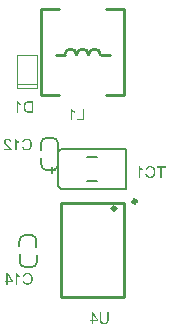
<source format=gbo>
G04*
G04 #@! TF.GenerationSoftware,Altium Limited,Altium Designer,19.1.8 (144)*
G04*
G04 Layer_Color=32896*
%FSLAX44Y44*%
%MOMM*%
G71*
G01*
G75*
%ADD10C,0.2000*%
%ADD12C,0.2540*%
%ADD17C,0.3000*%
%ADD67C,0.1270*%
%ADD96C,0.1000*%
G36*
X696500Y555121D02*
Y554836D01*
X696479Y554571D01*
X696468Y554318D01*
X696437Y554085D01*
X696415Y553863D01*
X696384Y553663D01*
X696352Y553483D01*
X696310Y553314D01*
X696278Y553166D01*
X696246Y553039D01*
X696215Y552923D01*
X696183Y552839D01*
X696162Y552765D01*
X696141Y552712D01*
X696130Y552680D01*
Y552669D01*
X696056Y552511D01*
X695972Y552352D01*
X695781Y552078D01*
X695581Y551845D01*
X695369Y551655D01*
X695274Y551571D01*
X695190Y551507D01*
X695105Y551444D01*
X695031Y551391D01*
X694978Y551359D01*
X694936Y551328D01*
X694904Y551317D01*
X694894Y551306D01*
X694725Y551222D01*
X694545Y551158D01*
X694175Y551042D01*
X693795Y550958D01*
X693436Y550905D01*
X693277Y550884D01*
X693119Y550863D01*
X692992Y550852D01*
X692876D01*
X692781Y550841D01*
X692643D01*
X692390Y550852D01*
X692147Y550863D01*
X691914Y550894D01*
X691692Y550926D01*
X691491Y550968D01*
X691301Y551011D01*
X691132Y551063D01*
X690984Y551116D01*
X690836Y551158D01*
X690720Y551211D01*
X690614Y551254D01*
X690530Y551296D01*
X690456Y551328D01*
X690414Y551359D01*
X690382Y551370D01*
X690371Y551380D01*
X690213Y551486D01*
X690065Y551592D01*
X689938Y551708D01*
X689811Y551824D01*
X689706Y551940D01*
X689600Y552067D01*
X689516Y552173D01*
X689442Y552289D01*
X689315Y552479D01*
X689273Y552564D01*
X689230Y552638D01*
X689199Y552701D01*
X689177Y552743D01*
X689167Y552775D01*
Y552786D01*
X689103Y552955D01*
X689051Y553134D01*
X688966Y553515D01*
X688913Y553906D01*
X688871Y554276D01*
X688860Y554455D01*
X688850Y554614D01*
X688839Y554751D01*
X688829Y554878D01*
Y554983D01*
Y555057D01*
Y555100D01*
Y555121D01*
Y560753D01*
X690118D01*
Y555121D01*
X690128Y554793D01*
X690139Y554487D01*
X690171Y554212D01*
X690213Y553959D01*
X690255Y553737D01*
X690308Y553536D01*
X690371Y553356D01*
X690424Y553198D01*
X690477Y553060D01*
X690541Y552944D01*
X690593Y552849D01*
X690636Y552775D01*
X690678Y552722D01*
X690699Y552680D01*
X690720Y552659D01*
X690731Y552648D01*
X690857Y552532D01*
X690995Y552437D01*
X691143Y552352D01*
X691301Y552279D01*
X691470Y552215D01*
X691639Y552162D01*
X691967Y552088D01*
X692125Y552057D01*
X692273Y552035D01*
X692411Y552025D01*
X692527Y552014D01*
X692622Y552004D01*
X692759D01*
X693055Y552014D01*
X693330Y552057D01*
X693573Y552109D01*
X693784Y552162D01*
X693869Y552194D01*
X693943Y552226D01*
X694017Y552247D01*
X694070Y552268D01*
X694112Y552289D01*
X694144Y552310D01*
X694165Y552321D01*
X694175D01*
X694376Y552458D01*
X694545Y552606D01*
X694683Y552754D01*
X694788Y552912D01*
X694873Y553039D01*
X694936Y553156D01*
X694957Y553198D01*
X694968Y553229D01*
X694978Y553240D01*
Y553251D01*
X695021Y553367D01*
X695052Y553504D01*
X695116Y553800D01*
X695158Y554106D01*
X695179Y554413D01*
X695190Y554550D01*
X695200Y554688D01*
Y554804D01*
X695211Y554910D01*
Y555005D01*
Y555068D01*
Y555110D01*
Y555121D01*
Y560753D01*
X696500D01*
Y555121D01*
D02*
G37*
G36*
X687571Y554434D02*
Y553335D01*
X683324D01*
Y551000D01*
X682130D01*
Y553335D01*
X680809D01*
Y554434D01*
X682130D01*
Y560753D01*
X683112D01*
X687571Y554434D01*
D02*
G37*
G36*
X722751Y684292D02*
X722909Y684059D01*
X723089Y683837D01*
X723269Y683647D01*
X723427Y683467D01*
X723501Y683404D01*
X723554Y683341D01*
X723607Y683288D01*
X723649Y683256D01*
X723670Y683235D01*
X723681Y683224D01*
X723966Y682981D01*
X724272Y682770D01*
X724568Y682569D01*
X724843Y682400D01*
X724959Y682337D01*
X725075Y682273D01*
X725181Y682210D01*
X725266Y682168D01*
X725340Y682136D01*
X725392Y682104D01*
X725424Y682094D01*
X725435Y682083D01*
Y680931D01*
X725223Y681016D01*
X725001Y681111D01*
X724790Y681217D01*
X724600Y681312D01*
X724431Y681407D01*
X724357Y681439D01*
X724293Y681481D01*
X724241Y681502D01*
X724209Y681523D01*
X724188Y681544D01*
X724177D01*
X723924Y681703D01*
X723702Y681851D01*
X723501Y681988D01*
X723343Y682115D01*
X723205Y682221D01*
X723110Y682294D01*
X723057Y682347D01*
X723036Y682368D01*
Y674750D01*
X721842D01*
Y684535D01*
X722613D01*
X722751Y684292D01*
D02*
G37*
G36*
X731722Y684661D02*
X731954Y684651D01*
X732387Y684577D01*
X732599Y684535D01*
X732789Y684482D01*
X732979Y684429D01*
X733148Y684376D01*
X733296Y684323D01*
X733433Y684270D01*
X733560Y684218D01*
X733655Y684175D01*
X733740Y684133D01*
X733793Y684101D01*
X733835Y684091D01*
X733846Y684080D01*
X734036Y683964D01*
X734226Y683837D01*
X734395Y683700D01*
X734553Y683562D01*
X734701Y683415D01*
X734839Y683277D01*
X734955Y683129D01*
X735071Y683002D01*
X735166Y682865D01*
X735251Y682749D01*
X735325Y682643D01*
X735388Y682548D01*
X735430Y682464D01*
X735462Y682411D01*
X735483Y682368D01*
X735494Y682358D01*
X735600Y682147D01*
X735684Y681914D01*
X735758Y681692D01*
X735832Y681470D01*
X735938Y681016D01*
X735969Y680805D01*
X736001Y680604D01*
X736022Y680414D01*
X736043Y680245D01*
X736054Y680086D01*
X736064Y679949D01*
X736075Y679843D01*
Y679759D01*
Y679716D01*
Y679695D01*
X736064Y679442D01*
X736054Y679188D01*
X735991Y678702D01*
X735959Y678469D01*
X735917Y678258D01*
X735864Y678057D01*
X735821Y677867D01*
X735769Y677698D01*
X735726Y677540D01*
X735684Y677413D01*
X735642Y677297D01*
X735610Y677212D01*
X735589Y677138D01*
X735578Y677096D01*
X735568Y677085D01*
X735462Y676863D01*
X735357Y676652D01*
X735240Y676462D01*
X735113Y676282D01*
X734987Y676113D01*
X734870Y675965D01*
X734744Y675828D01*
X734627Y675701D01*
X734511Y675585D01*
X734406Y675490D01*
X734310Y675416D01*
X734226Y675342D01*
X734163Y675289D01*
X734110Y675257D01*
X734078Y675236D01*
X734067Y675226D01*
X733877Y675109D01*
X733676Y675014D01*
X733465Y674930D01*
X733243Y674856D01*
X733032Y674803D01*
X732821Y674750D01*
X732609Y674708D01*
X732408Y674676D01*
X732218Y674644D01*
X732049Y674623D01*
X731891Y674613D01*
X731764Y674602D01*
X731648Y674592D01*
X731500D01*
X731214Y674602D01*
X730950Y674623D01*
X730697Y674666D01*
X730454Y674718D01*
X730221Y674782D01*
X730010Y674856D01*
X729820Y674930D01*
X729640Y675004D01*
X729471Y675078D01*
X729334Y675152D01*
X729207Y675226D01*
X729112Y675289D01*
X729027Y675342D01*
X728974Y675384D01*
X728932Y675405D01*
X728922Y675416D01*
X728731Y675585D01*
X728552Y675764D01*
X728393Y675955D01*
X728245Y676145D01*
X728108Y676346D01*
X727992Y676557D01*
X727886Y676747D01*
X727791Y676948D01*
X727706Y677127D01*
X727643Y677297D01*
X727580Y677455D01*
X727537Y677582D01*
X727495Y677698D01*
X727474Y677772D01*
X727453Y677825D01*
Y677846D01*
X728742Y678174D01*
X728795Y677952D01*
X728869Y677740D01*
X728943Y677540D01*
X729017Y677360D01*
X729101Y677191D01*
X729186Y677043D01*
X729270Y676906D01*
X729355Y676779D01*
X729439Y676673D01*
X729513Y676578D01*
X729587Y676494D01*
X729640Y676430D01*
X729693Y676377D01*
X729735Y676346D01*
X729756Y676324D01*
X729767Y676314D01*
X729915Y676208D01*
X730063Y676113D01*
X730211Y676029D01*
X730369Y675955D01*
X730528Y675891D01*
X730676Y675838D01*
X730971Y675764D01*
X731098Y675743D01*
X731225Y675722D01*
X731331Y675712D01*
X731426Y675701D01*
X731500Y675690D01*
X731605D01*
X731775Y675701D01*
X731933Y675712D01*
X732239Y675764D01*
X732525Y675838D01*
X732768Y675923D01*
X732873Y675965D01*
X732969Y675997D01*
X733053Y676039D01*
X733127Y676071D01*
X733190Y676103D01*
X733233Y676124D01*
X733254Y676145D01*
X733264D01*
X733402Y676240D01*
X733529Y676335D01*
X733761Y676557D01*
X733951Y676779D01*
X734110Y677011D01*
X734226Y677212D01*
X734279Y677297D01*
X734321Y677381D01*
X734342Y677444D01*
X734363Y677487D01*
X734384Y677518D01*
Y677529D01*
X734501Y677888D01*
X734596Y678258D01*
X734659Y678628D01*
X734680Y678797D01*
X734701Y678966D01*
X734712Y679125D01*
X734723Y679262D01*
X734733Y679389D01*
Y679494D01*
X734744Y679589D01*
Y679653D01*
Y679695D01*
Y679706D01*
X734733Y680065D01*
X734701Y680403D01*
X734649Y680720D01*
X734627Y680868D01*
X734596Y681005D01*
X734564Y681122D01*
X734543Y681238D01*
X734511Y681333D01*
X734490Y681417D01*
X734480Y681481D01*
X734458Y681534D01*
X734448Y681565D01*
Y681576D01*
X734310Y681904D01*
X734152Y682189D01*
X733983Y682432D01*
X733888Y682537D01*
X733803Y682643D01*
X733719Y682728D01*
X733645Y682802D01*
X733571Y682876D01*
X733518Y682928D01*
X733465Y682971D01*
X733423Y683002D01*
X733402Y683013D01*
X733391Y683024D01*
X733243Y683119D01*
X733095Y683203D01*
X732937Y683277D01*
X732778Y683341D01*
X732461Y683436D01*
X732155Y683510D01*
X732028Y683531D01*
X731901Y683541D01*
X731785Y683552D01*
X731690Y683562D01*
X731605Y683573D01*
X731320D01*
X731151Y683552D01*
X730834Y683499D01*
X730559Y683415D01*
X730443Y683372D01*
X730327Y683330D01*
X730221Y683288D01*
X730137Y683245D01*
X730063Y683203D01*
X729999Y683161D01*
X729947Y683129D01*
X729915Y683108D01*
X729894Y683098D01*
X729883Y683087D01*
X729767Y682992D01*
X729651Y682886D01*
X729460Y682643D01*
X729281Y682379D01*
X729143Y682125D01*
X729038Y681893D01*
X728985Y681798D01*
X728953Y681713D01*
X728922Y681639D01*
X728911Y681576D01*
X728890Y681544D01*
Y681534D01*
X727622Y681830D01*
X727706Y682073D01*
X727802Y682305D01*
X727897Y682527D01*
X728013Y682728D01*
X728119Y682918D01*
X728235Y683087D01*
X728351Y683245D01*
X728467Y683383D01*
X728583Y683510D01*
X728679Y683615D01*
X728774Y683710D01*
X728858Y683784D01*
X728922Y683848D01*
X728974Y683890D01*
X729006Y683911D01*
X729017Y683922D01*
X729207Y684059D01*
X729408Y684165D01*
X729608Y684270D01*
X729820Y684355D01*
X730031Y684429D01*
X730232Y684492D01*
X730433Y684535D01*
X730623Y684577D01*
X730802Y684609D01*
X730961Y684630D01*
X731109Y684651D01*
X731236Y684661D01*
X731341Y684672D01*
X731479D01*
X731722Y684661D01*
D02*
G37*
G36*
X744750Y683351D02*
X741538D01*
Y674750D01*
X740249D01*
Y683351D01*
X737037D01*
Y684503D01*
X744750D01*
Y683351D01*
D02*
G37*
G36*
X665176Y733113D02*
X665334Y732881D01*
X665514Y732659D01*
X665694Y732469D01*
X665852Y732289D01*
X665926Y732226D01*
X665979Y732162D01*
X666032Y732110D01*
X666074Y732078D01*
X666095Y732057D01*
X666106Y732046D01*
X666391Y731803D01*
X666697Y731592D01*
X666993Y731391D01*
X667268Y731222D01*
X667384Y731159D01*
X667500Y731095D01*
X667606Y731032D01*
X667691Y730990D01*
X667765Y730958D01*
X667817Y730926D01*
X667849Y730916D01*
X667860Y730905D01*
Y729753D01*
X667648Y729838D01*
X667426Y729933D01*
X667215Y730039D01*
X667025Y730134D01*
X666856Y730229D01*
X666782Y730260D01*
X666719Y730303D01*
X666666Y730324D01*
X666634Y730345D01*
X666613Y730366D01*
X666602D01*
X666349Y730525D01*
X666127Y730673D01*
X665926Y730810D01*
X665768Y730937D01*
X665630Y731042D01*
X665535Y731116D01*
X665482Y731169D01*
X665461Y731190D01*
Y723572D01*
X664267D01*
Y733356D01*
X665038D01*
X665176Y733113D01*
D02*
G37*
G36*
X675922Y723572D02*
X669825D01*
Y724724D01*
X674633D01*
Y733325D01*
X675922D01*
Y723572D01*
D02*
G37*
G36*
X619546Y739292D02*
X619704Y739059D01*
X619884Y738837D01*
X620063Y738647D01*
X620222Y738467D01*
X620296Y738404D01*
X620349Y738341D01*
X620401Y738288D01*
X620444Y738256D01*
X620465Y738235D01*
X620475Y738224D01*
X620761Y737981D01*
X621067Y737770D01*
X621363Y737569D01*
X621638Y737400D01*
X621754Y737337D01*
X621870Y737273D01*
X621976Y737210D01*
X622060Y737168D01*
X622134Y737136D01*
X622187Y737104D01*
X622219Y737094D01*
X622229Y737083D01*
Y735931D01*
X622018Y736016D01*
X621796Y736111D01*
X621585Y736217D01*
X621395Y736312D01*
X621226Y736407D01*
X621152Y736439D01*
X621088Y736481D01*
X621035Y736502D01*
X621004Y736523D01*
X620983Y736544D01*
X620972D01*
X620718Y736703D01*
X620497Y736851D01*
X620296Y736988D01*
X620137Y737115D01*
X620000Y737220D01*
X619905Y737294D01*
X619852Y737347D01*
X619831Y737368D01*
Y729750D01*
X618637D01*
Y739535D01*
X619408D01*
X619546Y739292D01*
D02*
G37*
G36*
X632500Y729750D02*
X628981D01*
X628664Y729761D01*
X628368Y729771D01*
X628104Y729803D01*
X627872Y729835D01*
X627777Y729845D01*
X627692Y729856D01*
X627608Y729877D01*
X627544Y729887D01*
X627491Y729898D01*
X627460D01*
X627439Y729909D01*
X627428D01*
X627185Y729983D01*
X626953Y730056D01*
X626752Y730141D01*
X626583Y730215D01*
X626446Y730289D01*
X626340Y730342D01*
X626276Y730384D01*
X626266Y730395D01*
X626255D01*
X626076Y730532D01*
X625907Y730669D01*
X625759Y730817D01*
X625632Y730965D01*
X625516Y731092D01*
X625442Y731187D01*
X625410Y731229D01*
X625389Y731261D01*
X625368Y731272D01*
Y731282D01*
X625220Y731504D01*
X625093Y731737D01*
X624977Y731980D01*
X624882Y732201D01*
X624808Y732402D01*
X624776Y732487D01*
X624744Y732561D01*
X624734Y732614D01*
X624713Y732656D01*
X624702Y732688D01*
Y732698D01*
X624618Y733036D01*
X624554Y733374D01*
X624501Y733702D01*
X624469Y734008D01*
X624459Y734146D01*
X624448Y734272D01*
Y734389D01*
X624438Y734484D01*
Y734568D01*
Y734621D01*
Y734663D01*
Y734674D01*
X624459Y735149D01*
X624469Y735371D01*
X624501Y735583D01*
X624533Y735783D01*
X624565Y735974D01*
X624596Y736153D01*
X624628Y736322D01*
X624670Y736470D01*
X624702Y736597D01*
X624734Y736713D01*
X624765Y736808D01*
X624797Y736882D01*
X624808Y736946D01*
X624829Y736977D01*
Y736988D01*
X624987Y737347D01*
X625167Y737675D01*
X625262Y737823D01*
X625357Y737960D01*
X625452Y738087D01*
X625547Y738203D01*
X625632Y738309D01*
X625716Y738393D01*
X625790Y738478D01*
X625854Y738541D01*
X625907Y738594D01*
X625949Y738626D01*
X625970Y738647D01*
X625980Y738658D01*
X626213Y738837D01*
X626456Y738985D01*
X626688Y739101D01*
X626910Y739196D01*
X627111Y739270D01*
X627196Y739292D01*
X627270Y739313D01*
X627323Y739334D01*
X627365Y739344D01*
X627396Y739355D01*
X627407D01*
X627523Y739376D01*
X627650Y739408D01*
X627935Y739439D01*
X628221Y739471D01*
X628506Y739482D01*
X628633Y739492D01*
X628759D01*
X628865Y739503D01*
X632500D01*
Y729750D01*
D02*
G37*
G36*
X618926Y593792D02*
X619084Y593559D01*
X619264Y593337D01*
X619444Y593147D01*
X619602Y592967D01*
X619676Y592904D01*
X619729Y592840D01*
X619782Y592788D01*
X619824Y592756D01*
X619845Y592735D01*
X619856Y592724D01*
X620141Y592481D01*
X620447Y592270D01*
X620743Y592069D01*
X621018Y591900D01*
X621134Y591837D01*
X621250Y591773D01*
X621356Y591710D01*
X621441Y591668D01*
X621515Y591636D01*
X621567Y591604D01*
X621599Y591594D01*
X621610Y591583D01*
Y590431D01*
X621398Y590516D01*
X621176Y590611D01*
X620965Y590717D01*
X620775Y590812D01*
X620606Y590907D01*
X620532Y590938D01*
X620468Y590981D01*
X620416Y591002D01*
X620384Y591023D01*
X620363Y591044D01*
X620352D01*
X620099Y591203D01*
X619877Y591351D01*
X619676Y591488D01*
X619518Y591615D01*
X619380Y591721D01*
X619285Y591794D01*
X619232Y591847D01*
X619211Y591868D01*
Y584250D01*
X618017D01*
Y594035D01*
X618788D01*
X618926Y593792D01*
D02*
G37*
G36*
X627897Y594161D02*
X628129Y594151D01*
X628562Y594077D01*
X628774Y594035D01*
X628964Y593982D01*
X629154Y593929D01*
X629323Y593876D01*
X629471Y593823D01*
X629608Y593770D01*
X629735Y593717D01*
X629830Y593675D01*
X629915Y593633D01*
X629968Y593601D01*
X630010Y593591D01*
X630020Y593580D01*
X630211Y593464D01*
X630401Y593337D01*
X630570Y593200D01*
X630728Y593062D01*
X630876Y592915D01*
X631014Y592777D01*
X631130Y592629D01*
X631246Y592502D01*
X631341Y592365D01*
X631426Y592249D01*
X631500Y592143D01*
X631563Y592048D01*
X631605Y591964D01*
X631637Y591911D01*
X631658Y591868D01*
X631669Y591858D01*
X631774Y591646D01*
X631859Y591414D01*
X631933Y591192D01*
X632007Y590970D01*
X632113Y590516D01*
X632144Y590305D01*
X632176Y590104D01*
X632197Y589914D01*
X632218Y589744D01*
X632229Y589586D01*
X632239Y589449D01*
X632250Y589343D01*
Y589258D01*
Y589216D01*
Y589195D01*
X632239Y588941D01*
X632229Y588688D01*
X632165Y588202D01*
X632134Y587969D01*
X632091Y587758D01*
X632039Y587557D01*
X631996Y587367D01*
X631944Y587198D01*
X631901Y587039D01*
X631859Y586913D01*
X631817Y586796D01*
X631785Y586712D01*
X631764Y586638D01*
X631753Y586596D01*
X631743Y586585D01*
X631637Y586363D01*
X631531Y586152D01*
X631415Y585962D01*
X631288Y585782D01*
X631162Y585613D01*
X631045Y585465D01*
X630919Y585328D01*
X630802Y585201D01*
X630686Y585085D01*
X630580Y584990D01*
X630485Y584916D01*
X630401Y584842D01*
X630337Y584789D01*
X630285Y584757D01*
X630253Y584736D01*
X630242Y584725D01*
X630052Y584609D01*
X629851Y584514D01*
X629640Y584430D01*
X629418Y584356D01*
X629207Y584303D01*
X628996Y584250D01*
X628784Y584208D01*
X628583Y584176D01*
X628393Y584144D01*
X628224Y584123D01*
X628066Y584113D01*
X627939Y584102D01*
X627823Y584091D01*
X627675D01*
X627389Y584102D01*
X627125Y584123D01*
X626872Y584165D01*
X626629Y584218D01*
X626396Y584282D01*
X626185Y584356D01*
X625995Y584430D01*
X625815Y584504D01*
X625646Y584578D01*
X625509Y584651D01*
X625382Y584725D01*
X625287Y584789D01*
X625202Y584842D01*
X625149Y584884D01*
X625107Y584905D01*
X625097Y584916D01*
X624906Y585085D01*
X624727Y585264D01*
X624568Y585455D01*
X624420Y585645D01*
X624283Y585845D01*
X624167Y586057D01*
X624061Y586247D01*
X623966Y586448D01*
X623881Y586628D01*
X623818Y586796D01*
X623755Y586955D01*
X623712Y587082D01*
X623670Y587198D01*
X623649Y587272D01*
X623628Y587325D01*
Y587346D01*
X624917Y587673D01*
X624970Y587452D01*
X625044Y587240D01*
X625118Y587039D01*
X625192Y586860D01*
X625276Y586691D01*
X625361Y586543D01*
X625445Y586406D01*
X625530Y586279D01*
X625614Y586173D01*
X625688Y586078D01*
X625762Y585993D01*
X625815Y585930D01*
X625868Y585877D01*
X625910Y585845D01*
X625931Y585824D01*
X625942Y585814D01*
X626090Y585708D01*
X626238Y585613D01*
X626386Y585528D01*
X626544Y585455D01*
X626703Y585391D01*
X626851Y585338D01*
X627146Y585264D01*
X627273Y585243D01*
X627400Y585222D01*
X627506Y585212D01*
X627601Y585201D01*
X627675Y585190D01*
X627780D01*
X627949Y585201D01*
X628108Y585212D01*
X628414Y585264D01*
X628700Y585338D01*
X628943Y585423D01*
X629048Y585465D01*
X629143Y585497D01*
X629228Y585539D01*
X629302Y585571D01*
X629365Y585602D01*
X629408Y585624D01*
X629429Y585645D01*
X629439D01*
X629577Y585740D01*
X629703Y585835D01*
X629936Y586057D01*
X630126Y586279D01*
X630285Y586511D01*
X630401Y586712D01*
X630454Y586796D01*
X630496Y586881D01*
X630517Y586944D01*
X630538Y586987D01*
X630559Y587018D01*
Y587029D01*
X630676Y587388D01*
X630771Y587758D01*
X630834Y588128D01*
X630855Y588297D01*
X630876Y588466D01*
X630887Y588624D01*
X630897Y588762D01*
X630908Y588889D01*
Y588994D01*
X630919Y589089D01*
Y589153D01*
Y589195D01*
Y589206D01*
X630908Y589565D01*
X630876Y589903D01*
X630824Y590220D01*
X630802Y590368D01*
X630771Y590505D01*
X630739Y590622D01*
X630718Y590738D01*
X630686Y590833D01*
X630665Y590917D01*
X630654Y590981D01*
X630633Y591034D01*
X630623Y591065D01*
Y591076D01*
X630485Y591404D01*
X630327Y591689D01*
X630158Y591932D01*
X630063Y592037D01*
X629978Y592143D01*
X629894Y592228D01*
X629820Y592302D01*
X629746Y592376D01*
X629693Y592428D01*
X629640Y592471D01*
X629598Y592502D01*
X629577Y592513D01*
X629566Y592523D01*
X629418Y592619D01*
X629270Y592703D01*
X629112Y592777D01*
X628953Y592840D01*
X628636Y592936D01*
X628330Y593010D01*
X628203Y593031D01*
X628076Y593041D01*
X627960Y593052D01*
X627865Y593062D01*
X627780Y593073D01*
X627495D01*
X627326Y593052D01*
X627009Y592999D01*
X626734Y592915D01*
X626618Y592872D01*
X626502Y592830D01*
X626396Y592788D01*
X626312Y592745D01*
X626238Y592703D01*
X626174Y592661D01*
X626121Y592629D01*
X626090Y592608D01*
X626069Y592598D01*
X626058Y592587D01*
X625942Y592492D01*
X625826Y592386D01*
X625635Y592143D01*
X625456Y591879D01*
X625318Y591625D01*
X625213Y591393D01*
X625160Y591298D01*
X625128Y591213D01*
X625097Y591139D01*
X625086Y591076D01*
X625065Y591044D01*
Y591034D01*
X623797Y591329D01*
X623881Y591572D01*
X623977Y591805D01*
X624072Y592027D01*
X624188Y592228D01*
X624294Y592418D01*
X624410Y592587D01*
X624526Y592745D01*
X624642Y592883D01*
X624758Y593010D01*
X624854Y593115D01*
X624949Y593210D01*
X625033Y593284D01*
X625097Y593348D01*
X625149Y593390D01*
X625181Y593411D01*
X625192Y593422D01*
X625382Y593559D01*
X625583Y593665D01*
X625783Y593770D01*
X625995Y593855D01*
X626206Y593929D01*
X626407Y593992D01*
X626608Y594035D01*
X626798Y594077D01*
X626977Y594109D01*
X627136Y594130D01*
X627284Y594151D01*
X627411Y594161D01*
X627516Y594172D01*
X627654D01*
X627897Y594161D01*
D02*
G37*
G36*
X615354Y587684D02*
Y586585D01*
X611107D01*
Y584250D01*
X609913D01*
Y586585D01*
X608592D01*
Y587684D01*
X609913D01*
Y594003D01*
X610895D01*
X615354Y587684D01*
D02*
G37*
G36*
X611223Y707774D02*
X611466Y707753D01*
X611688Y707721D01*
X611899Y707668D01*
X612100Y707615D01*
X612280Y707552D01*
X612449Y707489D01*
X612597Y707425D01*
X612734Y707351D01*
X612850Y707288D01*
X612956Y707225D01*
X613041Y707172D01*
X613104Y707119D01*
X613146Y707087D01*
X613178Y707066D01*
X613188Y707055D01*
X613336Y706918D01*
X613463Y706759D01*
X613579Y706601D01*
X613685Y706421D01*
X613770Y706252D01*
X613854Y706083D01*
X613918Y705904D01*
X613970Y705745D01*
X614023Y705587D01*
X614055Y705439D01*
X614087Y705301D01*
X614108Y705185D01*
X614118Y705090D01*
X614129Y705027D01*
X614139Y704984D01*
Y704963D01*
X612914Y704837D01*
X612903Y705005D01*
X612893Y705164D01*
X612829Y705439D01*
X612745Y705692D01*
X612702Y705798D01*
X612649Y705893D01*
X612607Y705978D01*
X612555Y706052D01*
X612512Y706115D01*
X612481Y706168D01*
X612438Y706210D01*
X612417Y706242D01*
X612407Y706252D01*
X612396Y706263D01*
X612290Y706358D01*
X612185Y706443D01*
X612068Y706506D01*
X611952Y706569D01*
X611720Y706664D01*
X611498Y706728D01*
X611308Y706759D01*
X611223Y706781D01*
X611149D01*
X611086Y706791D01*
X610853D01*
X610705Y706770D01*
X610441Y706717D01*
X610219Y706633D01*
X610019Y706548D01*
X609871Y706453D01*
X609807Y706411D01*
X609754Y706369D01*
X609712Y706337D01*
X609680Y706316D01*
X609670Y706305D01*
X609659Y706295D01*
X609564Y706199D01*
X609490Y706104D01*
X609416Y706009D01*
X609363Y705904D01*
X609268Y705703D01*
X609205Y705513D01*
X609173Y705354D01*
X609152Y705280D01*
Y705217D01*
X609142Y705175D01*
Y705132D01*
Y705111D01*
Y705101D01*
X609152Y704974D01*
X609163Y704847D01*
X609226Y704593D01*
X609321Y704350D01*
X609427Y704128D01*
X609533Y703938D01*
X609575Y703864D01*
X609628Y703790D01*
X609659Y703738D01*
X609691Y703695D01*
X609701Y703674D01*
X609712Y703664D01*
X609828Y703516D01*
X609966Y703357D01*
X610124Y703188D01*
X610293Y703019D01*
X610642Y702670D01*
X611001Y702343D01*
X611170Y702184D01*
X611339Y702047D01*
X611487Y701920D01*
X611614Y701814D01*
X611720Y701719D01*
X611794Y701656D01*
X611847Y701603D01*
X611868Y701593D01*
X612058Y701434D01*
X612227Y701286D01*
X612396Y701149D01*
X612544Y701011D01*
X612692Y700885D01*
X612819Y700758D01*
X612935Y700652D01*
X613041Y700546D01*
X613136Y700451D01*
X613210Y700367D01*
X613284Y700293D01*
X613336Y700240D01*
X613389Y700187D01*
X613421Y700155D01*
X613432Y700134D01*
X613442Y700124D01*
X613632Y699891D01*
X613791Y699659D01*
X613928Y699437D01*
X614034Y699236D01*
X614118Y699067D01*
X614150Y698993D01*
X614182Y698940D01*
X614203Y698888D01*
X614213Y698856D01*
X614224Y698835D01*
Y698824D01*
X614277Y698676D01*
X614309Y698528D01*
X614340Y698391D01*
X614351Y698264D01*
X614361Y698158D01*
Y698074D01*
Y698021D01*
Y698000D01*
X607905D01*
Y699152D01*
X612713D01*
X612544Y699384D01*
X612459Y699490D01*
X612375Y699585D01*
X612301Y699669D01*
X612248Y699733D01*
X612206Y699775D01*
X612195Y699786D01*
X612132Y699849D01*
X612047Y699934D01*
X611952Y700018D01*
X611847Y700113D01*
X611625Y700325D01*
X611392Y700525D01*
X611170Y700716D01*
X611075Y700800D01*
X610980Y700874D01*
X610917Y700938D01*
X610853Y700980D01*
X610822Y701011D01*
X610811Y701022D01*
X610578Y701223D01*
X610357Y701413D01*
X610156Y701582D01*
X609976Y701751D01*
X609807Y701899D01*
X609659Y702047D01*
X609522Y702174D01*
X609395Y702290D01*
X609289Y702385D01*
X609205Y702480D01*
X609131Y702554D01*
X609067Y702617D01*
X609025Y702670D01*
X608983Y702702D01*
X608972Y702723D01*
X608962Y702734D01*
X608761Y702966D01*
X608603Y703177D01*
X608465Y703378D01*
X608349Y703558D01*
X608265Y703706D01*
X608201Y703822D01*
X608180Y703864D01*
X608169Y703896D01*
X608159Y703907D01*
Y703917D01*
X608074Y704128D01*
X608022Y704340D01*
X607979Y704530D01*
X607948Y704710D01*
X607926Y704858D01*
X607916Y704974D01*
Y705016D01*
Y705048D01*
Y705058D01*
Y705069D01*
X607926Y705280D01*
X607948Y705481D01*
X607990Y705671D01*
X608043Y705861D01*
X608106Y706031D01*
X608180Y706189D01*
X608254Y706337D01*
X608328Y706464D01*
X608402Y706590D01*
X608476Y706696D01*
X608550Y706791D01*
X608613Y706865D01*
X608666Y706918D01*
X608708Y706971D01*
X608729Y706992D01*
X608740Y707003D01*
X608899Y707140D01*
X609067Y707256D01*
X609247Y707362D01*
X609437Y707457D01*
X609617Y707531D01*
X609807Y707594D01*
X609987Y707647D01*
X610166Y707689D01*
X610325Y707721D01*
X610483Y707742D01*
X610621Y707763D01*
X610737Y707774D01*
X610832Y707785D01*
X610970D01*
X611223Y707774D01*
D02*
G37*
G36*
X618176Y707542D02*
X618334Y707309D01*
X618514Y707087D01*
X618694Y706897D01*
X618852Y706717D01*
X618926Y706654D01*
X618979Y706590D01*
X619032Y706538D01*
X619074Y706506D01*
X619095Y706485D01*
X619106Y706474D01*
X619391Y706231D01*
X619697Y706020D01*
X619993Y705819D01*
X620268Y705650D01*
X620384Y705587D01*
X620500Y705523D01*
X620606Y705460D01*
X620691Y705418D01*
X620765Y705386D01*
X620817Y705354D01*
X620849Y705344D01*
X620860Y705333D01*
Y704181D01*
X620648Y704266D01*
X620426Y704361D01*
X620215Y704467D01*
X620025Y704562D01*
X619856Y704657D01*
X619782Y704688D01*
X619719Y704731D01*
X619666Y704752D01*
X619634Y704773D01*
X619613Y704794D01*
X619602D01*
X619349Y704953D01*
X619127Y705101D01*
X618926Y705238D01*
X618768Y705365D01*
X618630Y705470D01*
X618535Y705544D01*
X618482Y705597D01*
X618461Y705618D01*
Y698000D01*
X617267D01*
Y707785D01*
X618038D01*
X618176Y707542D01*
D02*
G37*
G36*
X627147Y707911D02*
X627379Y707901D01*
X627812Y707827D01*
X628024Y707785D01*
X628214Y707732D01*
X628404Y707679D01*
X628573Y707626D01*
X628721Y707573D01*
X628858Y707520D01*
X628985Y707467D01*
X629080Y707425D01*
X629165Y707383D01*
X629218Y707351D01*
X629260Y707341D01*
X629271Y707330D01*
X629461Y707214D01*
X629651Y707087D01*
X629820Y706950D01*
X629978Y706812D01*
X630126Y706664D01*
X630264Y706527D01*
X630380Y706379D01*
X630496Y706252D01*
X630591Y706115D01*
X630676Y705999D01*
X630750Y705893D01*
X630813Y705798D01*
X630855Y705714D01*
X630887Y705661D01*
X630908Y705618D01*
X630919Y705608D01*
X631025Y705396D01*
X631109Y705164D01*
X631183Y704942D01*
X631257Y704720D01*
X631363Y704266D01*
X631394Y704054D01*
X631426Y703854D01*
X631447Y703664D01*
X631468Y703494D01*
X631479Y703336D01*
X631489Y703199D01*
X631500Y703093D01*
Y703008D01*
Y702966D01*
Y702945D01*
X631489Y702691D01*
X631479Y702438D01*
X631415Y701952D01*
X631384Y701719D01*
X631342Y701508D01*
X631289Y701307D01*
X631246Y701117D01*
X631194Y700948D01*
X631151Y700789D01*
X631109Y700663D01*
X631067Y700546D01*
X631035Y700462D01*
X631014Y700388D01*
X631003Y700346D01*
X630993Y700335D01*
X630887Y700113D01*
X630782Y699902D01*
X630665Y699712D01*
X630538Y699532D01*
X630412Y699363D01*
X630295Y699215D01*
X630169Y699078D01*
X630052Y698951D01*
X629936Y698835D01*
X629831Y698740D01*
X629735Y698666D01*
X629651Y698592D01*
X629588Y698539D01*
X629535Y698507D01*
X629503Y698486D01*
X629492Y698475D01*
X629302Y698359D01*
X629101Y698264D01*
X628890Y698180D01*
X628668Y698106D01*
X628457Y698053D01*
X628246Y698000D01*
X628034Y697958D01*
X627834Y697926D01*
X627643Y697894D01*
X627474Y697873D01*
X627316Y697863D01*
X627189Y697852D01*
X627073Y697841D01*
X626925D01*
X626640Y697852D01*
X626375Y697873D01*
X626122Y697915D01*
X625879Y697968D01*
X625646Y698032D01*
X625435Y698106D01*
X625245Y698180D01*
X625065Y698254D01*
X624896Y698328D01*
X624759Y698401D01*
X624632Y698475D01*
X624537Y698539D01*
X624452Y698592D01*
X624399Y698634D01*
X624357Y698655D01*
X624347Y698666D01*
X624156Y698835D01*
X623977Y699014D01*
X623818Y699205D01*
X623670Y699395D01*
X623533Y699595D01*
X623417Y699807D01*
X623311Y699997D01*
X623216Y700198D01*
X623131Y700377D01*
X623068Y700546D01*
X623005Y700705D01*
X622962Y700832D01*
X622920Y700948D01*
X622899Y701022D01*
X622878Y701075D01*
Y701096D01*
X624167Y701423D01*
X624220Y701202D01*
X624294Y700990D01*
X624368Y700789D01*
X624442Y700610D01*
X624526Y700441D01*
X624611Y700293D01*
X624695Y700155D01*
X624780Y700029D01*
X624864Y699923D01*
X624938Y699828D01*
X625012Y699743D01*
X625065Y699680D01*
X625118Y699627D01*
X625160Y699595D01*
X625181Y699574D01*
X625192Y699564D01*
X625340Y699458D01*
X625488Y699363D01*
X625636Y699278D01*
X625794Y699205D01*
X625953Y699141D01*
X626101Y699088D01*
X626396Y699014D01*
X626523Y698993D01*
X626650Y698972D01*
X626756Y698961D01*
X626851Y698951D01*
X626925Y698940D01*
X627030D01*
X627200Y698951D01*
X627358Y698961D01*
X627664Y699014D01*
X627950Y699088D01*
X628193Y699173D01*
X628298Y699215D01*
X628394Y699247D01*
X628478Y699289D01*
X628552Y699321D01*
X628615Y699352D01*
X628658Y699374D01*
X628679Y699395D01*
X628689D01*
X628827Y699490D01*
X628954Y699585D01*
X629186Y699807D01*
X629376Y700029D01*
X629535Y700261D01*
X629651Y700462D01*
X629704Y700546D01*
X629746Y700631D01*
X629767Y700694D01*
X629788Y700737D01*
X629809Y700768D01*
Y700779D01*
X629926Y701138D01*
X630021Y701508D01*
X630084Y701878D01*
X630105Y702047D01*
X630126Y702216D01*
X630137Y702374D01*
X630148Y702512D01*
X630158Y702639D01*
Y702744D01*
X630169Y702839D01*
Y702903D01*
Y702945D01*
Y702956D01*
X630158Y703315D01*
X630126Y703653D01*
X630074Y703970D01*
X630052Y704118D01*
X630021Y704255D01*
X629989Y704371D01*
X629968Y704488D01*
X629936Y704583D01*
X629915Y704667D01*
X629905Y704731D01*
X629883Y704784D01*
X629873Y704815D01*
Y704826D01*
X629735Y705154D01*
X629577Y705439D01*
X629408Y705682D01*
X629313Y705787D01*
X629228Y705893D01*
X629144Y705978D01*
X629070Y706052D01*
X628996Y706126D01*
X628943Y706178D01*
X628890Y706221D01*
X628848Y706252D01*
X628827Y706263D01*
X628816Y706273D01*
X628668Y706369D01*
X628520Y706453D01*
X628362Y706527D01*
X628203Y706590D01*
X627886Y706686D01*
X627580Y706759D01*
X627453Y706781D01*
X627326Y706791D01*
X627210Y706802D01*
X627115Y706812D01*
X627030Y706823D01*
X626745D01*
X626576Y706802D01*
X626259Y706749D01*
X625984Y706664D01*
X625868Y706622D01*
X625752Y706580D01*
X625646Y706538D01*
X625562Y706495D01*
X625488Y706453D01*
X625424Y706411D01*
X625372Y706379D01*
X625340Y706358D01*
X625319Y706348D01*
X625308Y706337D01*
X625192Y706242D01*
X625076Y706136D01*
X624885Y705893D01*
X624706Y705629D01*
X624568Y705375D01*
X624463Y705143D01*
X624410Y705048D01*
X624378Y704963D01*
X624347Y704889D01*
X624336Y704826D01*
X624315Y704794D01*
Y704784D01*
X623047Y705079D01*
X623131Y705322D01*
X623227Y705555D01*
X623322Y705777D01*
X623438Y705978D01*
X623544Y706168D01*
X623660Y706337D01*
X623776Y706495D01*
X623892Y706633D01*
X624008Y706759D01*
X624104Y706865D01*
X624199Y706960D01*
X624283Y707034D01*
X624347Y707098D01*
X624399Y707140D01*
X624431Y707161D01*
X624442Y707172D01*
X624632Y707309D01*
X624833Y707415D01*
X625033Y707520D01*
X625245Y707605D01*
X625456Y707679D01*
X625657Y707742D01*
X625858Y707785D01*
X626048Y707827D01*
X626227Y707859D01*
X626386Y707880D01*
X626534Y707901D01*
X626661Y707911D01*
X626766Y707922D01*
X626904D01*
X627147Y707911D01*
D02*
G37*
%LPC*%
G36*
X683324Y558830D02*
Y554434D01*
X686398D01*
X683324Y558830D01*
D02*
G37*
G36*
X631211Y738351D02*
X628960D01*
X628770Y738341D01*
X628590Y738330D01*
X628421Y738319D01*
X628273Y738309D01*
X628136Y738288D01*
X628009Y738267D01*
X627904Y738256D01*
X627808Y738235D01*
X627724Y738214D01*
X627661Y738193D01*
X627597Y738182D01*
X627555Y738171D01*
X627523Y738161D01*
X627513Y738150D01*
X627502D01*
X627365Y738087D01*
X627238Y738024D01*
X627006Y737854D01*
X626794Y737675D01*
X626614Y737485D01*
X626477Y737316D01*
X626414Y737242D01*
X626371Y737178D01*
X626329Y737115D01*
X626297Y737073D01*
X626287Y737051D01*
X626276Y737041D01*
X626192Y736882D01*
X626107Y736703D01*
X625980Y736333D01*
X625896Y735942D01*
X625833Y735562D01*
X625812Y735382D01*
X625790Y735223D01*
X625780Y735076D01*
Y734949D01*
X625769Y734843D01*
Y734759D01*
Y734716D01*
Y734695D01*
X625780Y734294D01*
X625812Y733934D01*
X625833Y733765D01*
X625854Y733617D01*
X625875Y733469D01*
X625896Y733343D01*
X625928Y733226D01*
X625949Y733121D01*
X625970Y733026D01*
X625991Y732952D01*
X626012Y732888D01*
X626023Y732846D01*
X626033Y732825D01*
Y732814D01*
X626139Y732540D01*
X626255Y732297D01*
X626371Y732085D01*
X626477Y731906D01*
X626583Y731768D01*
X626667Y731663D01*
X626720Y731599D01*
X626731Y731589D01*
X626741Y731578D01*
X626868Y731462D01*
X627016Y731356D01*
X627164Y731272D01*
X627301Y731198D01*
X627428Y731145D01*
X627523Y731103D01*
X627565Y731092D01*
X627597Y731081D01*
X627608Y731071D01*
X627618D01*
X627840Y731018D01*
X628083Y730976D01*
X628337Y730944D01*
X628580Y730923D01*
X628791Y730912D01*
X628886D01*
X628971Y730902D01*
X631211D01*
Y738351D01*
D02*
G37*
G36*
X611107Y592080D02*
Y587684D01*
X614181D01*
X611107Y592080D01*
D02*
G37*
%LPD*%
D10*
X621138Y603240D02*
G03*
X625964Y599176I4445J381D01*
G01*
X625964Y626354D02*
G03*
X620884Y621020I127J-5207D01*
G01*
X635362Y621020D02*
G03*
X631044Y626354I-4826J508D01*
G01*
X631044Y599176D02*
G03*
X635616Y603240I254J4318D01*
G01*
X653616Y704290D02*
G03*
X648790Y708354I-4445J-381D01*
G01*
X648790Y681176D02*
G03*
X653870Y686510I-127J5207D01*
G01*
X639392Y686510D02*
G03*
X643710Y681176I4826J-508D01*
G01*
X643710Y708354D02*
G03*
X639138Y704290I-254J-4318D01*
G01*
X678448Y672356D02*
X686448D01*
X678448Y692676D02*
X686448D01*
X656350Y664990D02*
X710960D01*
X653810Y667530D02*
X656350Y664990D01*
Y699280D02*
X710960D01*
X653810Y696740D02*
X656350Y699280D01*
X653810Y667530D02*
Y696740D01*
X710960Y664990D02*
Y699280D01*
X635362Y616448D02*
Y621020D01*
X625964Y626354D02*
X631044D01*
X620884Y616956D02*
Y621020D01*
X621138Y603240D02*
Y609844D01*
X625964Y599176D02*
X631044D01*
X635616Y603240D02*
Y609082D01*
X639392Y686510D02*
Y691082D01*
X643710Y681176D02*
X648790D01*
X653870Y686510D02*
Y690574D01*
X653616Y697686D02*
Y704290D01*
X643710Y708354D02*
X648790D01*
X639138Y698448D02*
Y704290D01*
D12*
X689611Y778511D02*
G03*
X679451Y778511I-5080J0D01*
G01*
X669291D02*
G03*
X659131Y778511I-5080J0D01*
G01*
X679451D02*
G03*
X669291Y778511I-5080J0D01*
G01*
X656080Y573630D02*
Y653640D01*
Y573630D02*
X709420D01*
Y653640D01*
X656080D02*
X709420D01*
X651511Y778511D02*
X659131D01*
X689611D02*
X697231D01*
X639572Y744474D02*
X654304D01*
X639572D02*
Y817626D01*
X654304D01*
X694436Y744474D02*
X709168D01*
Y817626D01*
X694436D02*
X709168D01*
D17*
X719872Y654814D02*
G03*
X719872Y654814I-1501J0D01*
G01*
X702440Y648751D02*
G03*
X702440Y648751I-1501J0D01*
G01*
D67*
X646190Y681501D02*
X651268D01*
X648729Y678962D02*
Y684040D01*
D96*
X618880Y750510D02*
Y778510D01*
X635880D01*
Y750510D02*
Y778510D01*
X618880Y750510D02*
X635880D01*
X618880Y754380D02*
X635880D01*
M02*

</source>
